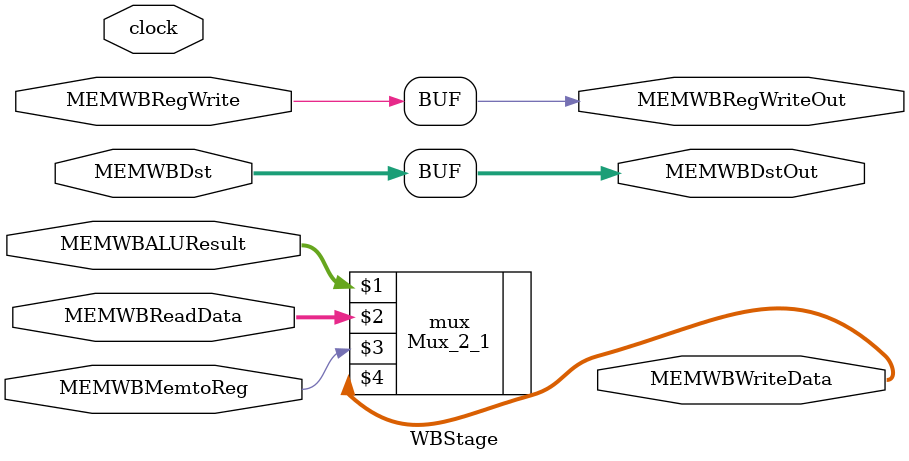
<source format=v>

module WBStage ( 
    MEMWBRegWriteOut, MEMWBWriteData, MEMWBDstOut, MEMWBDst, 
    MEMWBALUResult, MEMWBReadData, MEMWBMemtoReg, MEMWBRegWrite, clock
);
    output          MEMWBRegWriteOut;
    output  [31:0]  MEMWBWriteData;
    output  [4:0]   MEMWBDstOut;

    input   [4:0]   MEMWBDst;
    input   [31:0]  MEMWBALUResult, MEMWBReadData;
    input           MEMWBMemtoReg, MEMWBRegWrite, clock;

    assign  MEMWBRegWriteOut    = MEMWBRegWrite;
    assign  MEMWBDstOut         = MEMWBDst;

    Mux_2_1     mux ( MEMWBALUResult, MEMWBReadData, MEMWBMemtoReg, MEMWBWriteData );
endmodule
</source>
